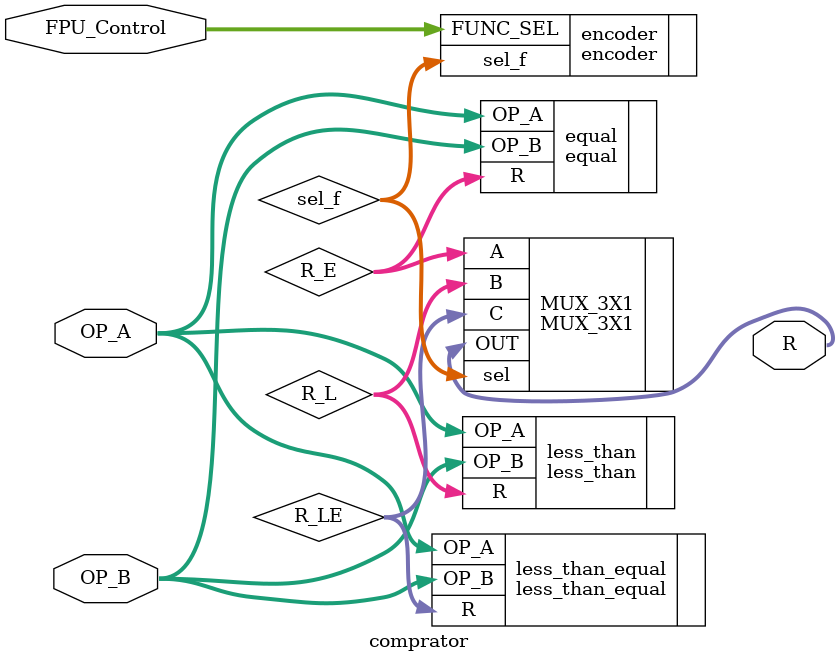
<source format=v>
module comprator(
input         wire     			       [31:0]       OP_A,
input         wire            		   [31:0]       OP_B,
input         wire                     [3:0]        FPU_Control,
output        wire                     [31:0]       R      
);



wire              [31:0]                   R_L;
wire              [31:0]                   R_E;
wire              [31:0]                   R_LE;
wire              [1:0]                    sel_f;



encoder encoder(
.FUNC_SEL(FPU_Control),
.sel_f(sel_f)
);


less_than_equal less_than_equal(
.OP_A(OP_A),
.OP_B(OP_B),
.R(R_LE)
);   


less_than less_than(
.OP_A(OP_A),
.OP_B(OP_B),
.R(R_L)      
);

equal equal(
.OP_A(OP_A),
.OP_B(OP_B),
.R(R_E)      
);




MUX_3X1 #(32) MUX_3X1(
.A(R_E),
.B(R_L),
.C(R_LE),
.sel(sel_f),
.OUT(R)
);


endmodule
</source>
